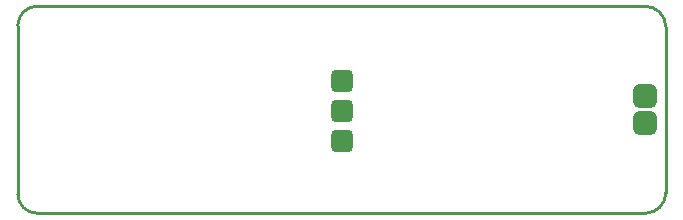
<source format=gbp>
G04*
G04 #@! TF.GenerationSoftware,Altium Limited,Altium Designer,20.2.6 (244)*
G04*
G04 Layer_Color=128*
%FSLAX25Y25*%
%MOIN*%
G70*
G04*
G04 #@! TF.SameCoordinates,535AE1F0-9979-4E68-9054-F600688F37C9*
G04*
G04*
G04 #@! TF.FilePolarity,Positive*
G04*
G01*
G75*
%ADD10C,0.01000*%
G04:AMPARAMS|DCode=76|XSize=78.74mil|YSize=78.74mil|CornerRadius=19.68mil|HoleSize=0mil|Usage=FLASHONLY|Rotation=0.000|XOffset=0mil|YOffset=0mil|HoleType=Round|Shape=RoundedRectangle|*
%AMROUNDEDRECTD76*
21,1,0.07874,0.03937,0,0,0.0*
21,1,0.03937,0.07874,0,0,0.0*
1,1,0.03937,0.01968,-0.01968*
1,1,0.03937,-0.01968,-0.01968*
1,1,0.03937,-0.01968,0.01968*
1,1,0.03937,0.01968,0.01968*
%
%ADD76ROUNDEDRECTD76*%
G04:AMPARAMS|DCode=77|XSize=75mil|YSize=75mil|CornerRadius=18.75mil|HoleSize=0mil|Usage=FLASHONLY|Rotation=270.000|XOffset=0mil|YOffset=0mil|HoleType=Round|Shape=RoundedRectangle|*
%AMROUNDEDRECTD77*
21,1,0.07500,0.03750,0,0,270.0*
21,1,0.03750,0.07500,0,0,270.0*
1,1,0.03750,-0.01875,-0.01875*
1,1,0.03750,-0.01875,0.01875*
1,1,0.03750,0.01875,0.01875*
1,1,0.03750,0.01875,-0.01875*
%
%ADD77ROUNDEDRECTD77*%
D10*
X215996Y62174D02*
G03*
X209000Y69000I-6828J0D01*
G01*
X209172Y0D02*
G03*
X216000Y6828I0J6828D01*
G01*
X6449Y69000D02*
G03*
X0Y62550I0J-6449D01*
G01*
Y6449D02*
G03*
X6449Y0I6449J0D01*
G01*
X216000Y6828D02*
Y62174D01*
X6449Y0D02*
X209172D01*
X6449Y69000D02*
X209000D01*
X0Y6449D02*
Y62550D01*
D76*
X209000Y30000D02*
D03*
Y39000D02*
D03*
D77*
X108000Y44000D02*
D03*
Y34000D02*
D03*
Y24000D02*
D03*
M02*

</source>
